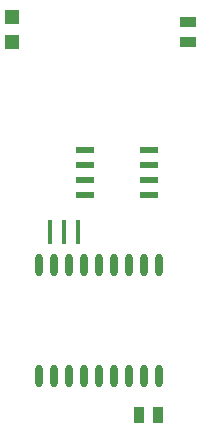
<source format=gbr>
%TF.GenerationSoftware,Altium Limited,Altium Designer,23.7.1 (13)*%
G04 Layer_Color=8421504*
%FSLAX45Y45*%
%MOMM*%
%TF.SameCoordinates,324F84FA-45DE-4E37-BCC6-85F6FB8D9206*%
%TF.FilePolarity,Positive*%
%TF.FileFunction,Paste,Top*%
%TF.Part,Single*%
G01*
G75*
%TA.AperFunction,SMDPad,CuDef*%
%ADD10R,1.20000X1.20000*%
%ADD11R,1.35000X0.85000*%
%ADD12R,0.85000X1.35000*%
%ADD13R,0.40000X2.00000*%
G04:AMPARAMS|DCode=14|XSize=1.9mm|YSize=0.6mm|CornerRadius=0.3mm|HoleSize=0mm|Usage=FLASHONLY|Rotation=270.000|XOffset=0mm|YOffset=0mm|HoleType=Round|Shape=RoundedRectangle|*
%AMROUNDEDRECTD14*
21,1,1.90000,0.00000,0,0,270.0*
21,1,1.30000,0.60000,0,0,270.0*
1,1,0.60000,0.00000,-0.65000*
1,1,0.60000,0.00000,0.65000*
1,1,0.60000,0.00000,0.65000*
1,1,0.60000,0.00000,-0.65000*
%
%ADD14ROUNDEDRECTD14*%
%ADD15R,1.55000X0.60000*%
D10*
X3960000Y6415000D02*
D03*
Y6204998D02*
D03*
D11*
X5449999Y6207500D02*
D03*
Y6372499D02*
D03*
D12*
X5035001Y3050002D02*
D03*
X5200000D02*
D03*
D13*
X4520001Y4600001D02*
D03*
X4400001D02*
D03*
X4280002D02*
D03*
D14*
X5208001Y3379998D02*
D03*
X5081001D02*
D03*
X4954001D02*
D03*
X4827001D02*
D03*
X4700001D02*
D03*
X4573001D02*
D03*
X4446001D02*
D03*
X4319001D02*
D03*
X4192001D02*
D03*
Y4320002D02*
D03*
X4319001D02*
D03*
X4446001D02*
D03*
X4573001D02*
D03*
X4700001D02*
D03*
X4827001D02*
D03*
X4954001D02*
D03*
X5081001D02*
D03*
X5208001D02*
D03*
D15*
X5120000Y5290500D02*
D03*
Y5163500D02*
D03*
Y5036500D02*
D03*
Y4909500D02*
D03*
X4580001D02*
D03*
Y5036500D02*
D03*
Y5163500D02*
D03*
Y5290500D02*
D03*
%TF.MD5,024491670771141a1ee5d137dbe4532c*%
M02*

</source>
